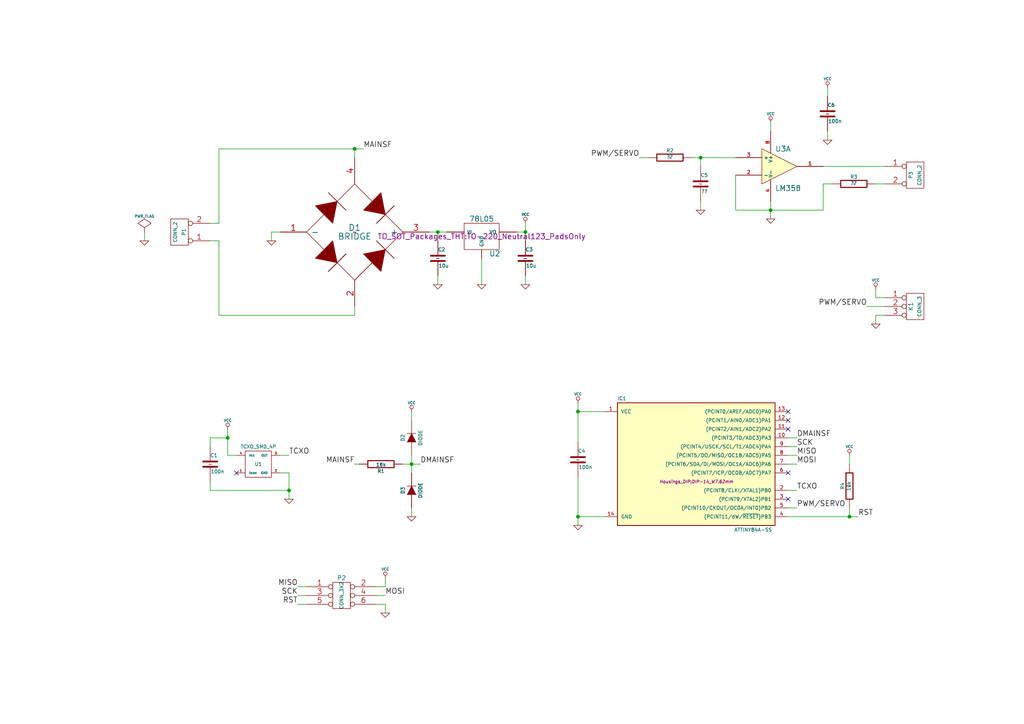
<source format=kicad_sch>
(kicad_sch (version 20230121) (generator eeschema)
  (paper "A4")
  (title_block (date "24 nov 2015"))
  (lib_symbols
    (symbol "mains-freq-gauge-rescue:78L05" (pin_numbers hide) (pin_names (offset 0.762))
      (property "Reference" "U" (at 3.81 -4.9784 0))
      (property "Value" "78L05" (at 0 5.08 0))
      (symbol "78L05_0_1"
        (rectangle (start -5.08 -3.81) (end 5.08 3.81))
      )
      (symbol "78L05_1_1"
        (pin power_out line (at 10.16 1.27 180) (length 5.08) (name "VO") (number "1"))
        (pin input line (at 0 -6.35 90) (length 2.54) (name "GND") (number "2"))
        (pin input line (at -10.16 1.27 0) (length 5.08) (name "VI") (number "3"))
      )
    )
    (symbol "mains-freq-gauge-rescue:ATTINY84A-SS" (pin_names (offset 1.016))
      (property "Reference" "IC" (at -21.59 19.05 0))
      (property "Value" "ATTINY84A-SS" (at 16.51 -19.05 0))
      (property "Footprint" "SO14" (at 0 -5.08 0))
      (symbol "ATTINY84A-SS_0_1"
        (rectangle (start 22.86 17.78) (end -22.86 -17.78) (stroke (width 0.254)) (fill (type background)))
      )
      (symbol "ATTINY84A-SS_1_1"
        (pin power_in line (at -26.67 15.24 0) (length 3.81) (name "VCC") (number "1"))
        (pin bidirectional line (at 26.67 7.62 180) (length 3.81) (name "(PCINT3/T0/ADC3)PA3") (number "10"))
        (pin bidirectional line (at 26.67 10.16 180) (length 3.81) (name "(PCINT2/AIN1/ADC2)PA2") (number "11"))
        (pin bidirectional line (at 26.67 12.7 180) (length 3.81) (name "(PCINT1/AIN0/ADC1)PA1") (number "12"))
        (pin bidirectional line (at 26.67 15.24 180) (length 3.81) (name "(PCINT0/AREF/ADC0)PA0") (number "13"))
        (pin power_in line (at -26.67 -15.24 0) (length 3.81) (name "GND") (number "14"))
        (pin bidirectional line (at 26.67 -7.62 180) (length 3.81) (name "(PCINT8/CLKI/XTAL1)PB0") (number "2"))
        (pin bidirectional line (at 26.67 -10.16 180) (length 3.81) (name "(PCINT9/XTAL2)PB1") (number "3"))
        (pin bidirectional line (at 26.67 -15.24 180) (length 3.81) (name "(PCINT11/dW/~{RESET})PB3") (number "4"))
        (pin bidirectional line (at 26.67 -12.7 180) (length 3.81) (name "(PCINT10/CKOUT/OC0A/INT0)PB2") (number "5"))
        (pin bidirectional line (at 26.67 -2.54 180) (length 3.81) (name "(PCINT7/ICP/OC0B/ADC7)PA7") (number "6"))
        (pin bidirectional line (at 26.67 0 180) (length 3.81) (name "(PCINT6/SDA/DI/MOSI/OC1A/ADC6)PA6") (number "7"))
        (pin bidirectional line (at 26.67 2.54 180) (length 3.81) (name "(PCINT5/DO/MISO/OC1B/ADC5)PA5") (number "8"))
        (pin bidirectional line (at 26.67 5.08 180) (length 3.81) (name "(PCINT4/USCK/SCL/T1/ADC4)PA4") (number "9"))
      )
    )
    (symbol "mains-freq-gauge-rescue:BRIDGE" (pin_names (offset 1.27))
      (property "Reference" "D" (at 0 1.27 0))
      (property "Value" "BRIDGE" (at 0 -1.27 0))
      (symbol "BRIDGE_0_0"
        (polyline (pts (xy -13.97 0) (xy -8.89 -5.08)) (stroke (width 0.1524)))
        (polyline (pts (xy -13.97 0) (xy -8.89 5.08)) (stroke (width 0.1524)))
        (polyline (pts (xy -7.62 11.43) (xy -2.54 6.35)) (stroke (width 0.2032)))
        (polyline (pts (xy -2.54 -6.35) (xy -7.62 -11.43)))
        (polyline (pts (xy -2.54 -6.35) (xy -7.62 -11.43)) (stroke (width 0.2032)))
        (polyline (pts (xy 0 -13.97) (xy 5.08 -8.89)))
        (polyline (pts (xy 0 -13.97) (xy 5.08 -8.89)) (stroke (width 0.1524)))
        (polyline (pts (xy 0 13.97) (xy 5.08 8.89)) (stroke (width 0.1524)))
        (polyline (pts (xy 6.35 -2.54) (xy 11.43 -7.62)) (stroke (width 0.2032)))
        (polyline (pts (xy 8.89 5.08) (xy 13.97 0)) (stroke (width 0.1524)))
        (polyline (pts (xy 11.43 7.62) (xy 6.35 2.54)))
        (polyline (pts (xy 11.43 7.62) (xy 6.35 2.54)) (stroke (width 0.2032)))
        (polyline (pts (xy 13.97 0) (xy 8.89 -5.08)) (stroke (width 0.1524)))
        (polyline (pts (xy -11.43 7.62) (xy -5.08 8.89) (xy -6.35 2.54) (xy -11.43 7.62) (xy -11.43 7.62)) (fill (type outline)))
        (polyline (pts (xy -6.35 -2.54) (xy -5.08 -8.89) (xy -11.43 -7.62) (xy -6.35 -2.54) (xy -6.35 -2.54)) (fill (type outline)))
        (polyline (pts (xy 2.54 -6.35) (xy 8.89 -5.08) (xy 7.62 -11.43) (xy 2.54 -6.35) (xy 2.54 -6.35)) (fill (type outline)))
        (polyline (pts (xy 7.62 11.43) (xy 8.89 5.08) (xy 2.54 6.35) (xy 7.62 11.43) (xy 7.62 11.43)) (fill (type outline)))
      )
      (symbol "BRIDGE_0_1"
        (polyline (pts (xy -5.08 -8.89) (xy 0 -13.97)) (stroke (width 0.1524)))
        (polyline (pts (xy -5.08 8.89) (xy 0 13.97)) (stroke (width 0.1524)))
      )
      (symbol "BRIDGE_1_1"
        (pin input line (at -21.59 0 0) (length 7.62) (name "-") (number "1"))
        (pin input line (at 0 -21.59 90) (length 7.62) (name "~") (number "2"))
        (pin input line (at 21.59 0 180) (length 7.62) (name "+") (number "3"))
        (pin input line (at 0 21.59 270) (length 7.62) (name "~") (number "4"))
      )
    )
    (symbol "mains-freq-gauge-rescue:C" (pin_numbers hide) (pin_names (offset 0.254))
      (property "Reference" "C" (at 0 2.54 0))
      (property "Value" "C" (at 0.1524 -2.159 0))
      (symbol "C_0_1"
        (polyline (pts (xy -2.032 -0.762) (xy 2.032 -0.762)) (stroke (width 0.508)))
        (polyline (pts (xy -2.032 0.762) (xy 2.032 0.762)) (stroke (width 0.508)))
      )
      (symbol "C_1_1"
        (pin passive line (at 0 5.08 270) (length 4.318) (name "~") (number "1"))
        (pin passive line (at 0 -5.08 90) (length 4.318) (name "~") (number "2"))
      )
    )
    (symbol "mains-freq-gauge-rescue:CONN_2" (pin_names (offset 1.016) hide)
      (property "Reference" "P" (at -1.27 0 90))
      (property "Value" "CONN_2" (at 1.27 0 90))
      (symbol "CONN_2_0_1"
        (rectangle (start -2.54 3.81) (end 2.54 -3.81))
      )
      (symbol "CONN_2_1_1"
        (pin passive inverted (at -8.89 2.54 0) (length 6.35) (name "P1") (number "1"))
        (pin passive inverted (at -8.89 -2.54 0) (length 6.35) (name "PM") (number "2"))
      )
    )
    (symbol "mains-freq-gauge-rescue:CONN_3" (pin_names (offset 1.016) hide)
      (property "Reference" "K" (at -1.27 0 90))
      (property "Value" "CONN_3" (at 1.27 0 90))
      (symbol "CONN_3_0_1"
        (rectangle (start -2.54 3.81) (end 2.54 -3.81))
      )
      (symbol "CONN_3_1_1"
        (pin passive inverted (at -8.89 2.54 0) (length 6.35) (name "P1") (number "1"))
        (pin passive inverted (at -8.89 0 0) (length 6.35) (name "PM") (number "2"))
        (pin passive inverted (at -8.89 -2.54 0) (length 6.35) (name "P3") (number "3"))
      )
    )
    (symbol "mains-freq-gauge-rescue:CONN_3X2" (pin_names (offset 1.016) hide)
      (property "Reference" "P" (at 0 6.35 0))
      (property "Value" "CONN_3X2" (at 0 1.27 90))
      (symbol "CONN_3X2_0_1"
        (rectangle (start -2.54 5.08) (end 2.54 -2.54))
      )
      (symbol "CONN_3X2_1_1"
        (pin passive inverted (at -10.16 3.81 0) (length 7.62) (name "1") (number "1"))
        (pin passive inverted (at 10.16 3.81 180) (length 7.62) (name "2") (number "2"))
        (pin passive inverted (at -10.16 1.27 0) (length 7.62) (name "3") (number "3"))
        (pin passive inverted (at 10.16 1.27 180) (length 7.62) (name "4") (number "4"))
        (pin passive inverted (at -10.16 -1.27 0) (length 7.62) (name "5") (number "5"))
        (pin passive inverted (at 10.16 -1.27 180) (length 7.62) (name "6") (number "6"))
      )
    )
    (symbol "mains-freq-gauge-rescue:DIODE" (pin_numbers hide) (pin_names (offset 1.016) hide)
      (property "Reference" "D" (at 0 2.54 0))
      (property "Value" "DIODE" (at 0 -2.54 0))
      (symbol "DIODE_0_1"
        (polyline (pts (xy 1.27 1.27) (xy 1.27 -1.27)) (stroke (width 0.1524)))
        (polyline (pts (xy -1.27 1.27) (xy 1.27 0) (xy -1.27 -1.27)) (fill (type outline)))
      )
      (symbol "DIODE_1_1"
        (pin passive line (at -5.08 0 0) (length 3.81) (name "A") (number "1"))
        (pin passive line (at 5.08 0 180) (length 3.81) (name "K") (number "2"))
      )
    )
    (symbol "mains-freq-gauge-rescue:GND" (power) (pin_names (offset 0))
      (symbol "GND_0_1"
        (polyline (pts (xy -1.27 0) (xy 0 -1.27) (xy 1.27 0) (xy -1.27 0)))
      )
      (symbol "GND_1_1"
        (pin power_in line (at 0 0 90) (length 0) hide (name "GND") (number "1"))
      )
    )
    (symbol "mains-freq-gauge-rescue:LM358"
      (property "Reference" "U" (at -1.27 5.08 0))
      (property "Value" "LM358" (at -1.27 -6.35 0))
      (symbol "LM358_0_1"
        (polyline (pts (xy -5.08 5.08) (xy 5.08 0) (xy -5.08 -5.08) (xy -5.08 5.08)) (stroke (width 0.1524)) (fill (type background)))
        (pin power_in line (at -2.54 -10.16 90) (length 6.35) (name "V-") (number "4"))
        (pin power_in line (at -2.54 10.16 270) (length 6.35) (name "V+") (number "8"))
      )
      (symbol "LM358_1_1"
        (pin output line (at 12.7 0 180) (length 7.62) (name "~") (number "1"))
        (pin input line (at -12.7 -2.54 0) (length 7.62) (name "-") (number "2"))
        (pin input line (at -12.7 2.54 0) (length 7.62) (name "+") (number "3"))
      )
      (symbol "LM358_2_1"
        (pin input line (at -12.7 2.54 0) (length 7.62) (name "+") (number "5"))
        (pin input line (at -12.7 -2.54 0) (length 7.62) (name "-") (number "6"))
        (pin output line (at 12.7 0 180) (length 7.62) (name "~") (number "7"))
      )
    )
    (symbol "mains-freq-gauge-rescue:PWR_FLAG" (power) (pin_numbers hide) (pin_names (offset 0) hide)
      (property "Value" "PWR_FLAG" (at 0 4.572 0))
      (symbol "PWR_FLAG_0_0"
        (pin power_out line (at 0 0 90) (length 0) (name "pwr") (number "1"))
      )
      (symbol "PWR_FLAG_0_1"
        (polyline (pts (xy 0 0) (xy 0 1.27) (xy -1.905 2.54) (xy 0 3.81) (xy 1.905 2.54) (xy 0 1.27)))
      )
    )
    (symbol "mains-freq-gauge-rescue:R" (pin_numbers hide) (pin_names (offset 0))
      (property "Reference" "R" (at 2.032 0 90))
      (property "Value" "R" (at 0.1778 0.0254 90))
      (symbol "R_0_1"
        (rectangle (start -1.016 3.81) (end 1.016 -3.81) (stroke (width 0.3048)))
      )
      (symbol "R_1_1"
        (pin passive line (at 0 6.35 270) (length 2.54) (name "~") (number "1"))
        (pin passive line (at 0 -6.35 90) (length 2.54) (name "~") (number "2"))
      )
    )
    (symbol "mains-freq-gauge-rescue:TCXO_SMD_4P" (pin_names (offset 1.016))
      (property "Reference" "U" (at 0 0 0))
      (property "Value" "TCXO_SMD_4P" (at 0 5.08 0))
      (symbol "TCXO_SMD_4P_0_1"
        (rectangle (start -3.81 3.81) (end 3.81 -3.81))
      )
      (symbol "TCXO_SMD_4P_1_1"
        (pin input line (at -6.35 -2.54 0) (length 2.54) (name "Vcon") (number "1"))
        (pin power_in line (at 6.35 -2.54 180) (length 2.54) (name "GND") (number "2"))
        (pin output line (at 6.35 2.54 180) (length 2.54) (name "OUT") (number "3"))
        (pin power_in line (at -6.35 2.54 0) (length 2.54) (name "Vcc") (number "4"))
      )
    )
    (symbol "mains-freq-gauge-rescue:VCC" (power) (pin_names (offset 0))
      (property "Value" "VCC" (at 0 2.54 0))
      (symbol "VCC_0_0"
        (pin power_in line (at 0 0 90) (length 0) hide (name "VCC") (number "1"))
      )
      (symbol "VCC_0_1"
        (polyline (pts (xy 0 0) (xy 0 0.762) (xy 0 0.762)))
        (circle (center 0 1.27) (radius 0.508))
      )
    )
  )
  (junction (at 127 67.31))
  (junction (at 167.64 119.38))
  (junction (at 119.38 134.62))
  (junction (at 152.4 67.31))
  (junction (at 246.38 149.86))
  (junction (at 83.82 142.24))
  (junction (at 66.04 127))
  (junction (at 102.87 43.18))
  (junction (at 167.64 149.86))
  (junction (at 223.52 60.96))
  (junction (at 203.2 45.72))
  (no_connect (at 228.6 137.16))
  (no_connect (at 228.6 119.38))
  (no_connect (at 68.58 137.16))
  (no_connect (at 228.6 124.46))
  (no_connect (at 228.6 121.92))
  (no_connect (at 228.6 144.78))
  (wire (pts (xy 119.38 134.62) (xy 121.92 134.62)))
  (wire (pts (xy 60.96 142.24) (xy 83.82 142.24)))
  (wire (pts (xy 66.04 124.46) (xy 66.04 127)))
  (wire (pts (xy 240.03 27.94) (xy 240.03 25.4)))
  (wire (pts (xy 119.38 134.62) (xy 119.38 137.16)))
  (wire (pts (xy 63.5 64.77) (xy 63.5 43.18)))
  (wire (pts (xy 86.36 172.72) (xy 88.9 172.72)))
  (wire (pts (xy 104.14 134.62) (xy 102.87 134.62)))
  (wire (pts (xy 241.3 53.34) (xy 238.76 53.34)))
  (wire (pts (xy 223.52 38.1) (xy 223.52 35.56)))
  (wire (pts (xy 63.5 91.44) (xy 102.87 91.44)))
  (wire (pts (xy 78.74 67.31) (xy 81.28 67.31)))
  (wire (pts (xy 66.04 132.08) (xy 68.58 132.08)))
  (wire (pts (xy 228.6 142.24) (xy 231.14 142.24)))
  (wire (pts (xy 63.5 43.18) (xy 102.87 43.18)))
  (wire (pts (xy 228.6 134.62) (xy 231.14 134.62)))
  (wire (pts (xy 246.38 134.62) (xy 246.38 132.08)))
  (wire (pts (xy 152.4 80.01) (xy 152.4 82.55)))
  (wire (pts (xy 119.38 121.92) (xy 119.38 119.38)))
  (wire (pts (xy 167.64 138.43) (xy 167.64 149.86)))
  (wire (pts (xy 41.91 67.31) (xy 41.91 69.85)))
  (wire (pts (xy 223.52 60.96) (xy 223.52 63.5)))
  (wire (pts (xy 109.22 170.18) (xy 111.76 170.18)))
  (wire (pts (xy 127 67.31) (xy 127 69.85)))
  (wire (pts (xy 256.54 48.26) (xy 238.76 48.26)))
  (wire (pts (xy 78.74 67.31) (xy 78.74 69.85)))
  (wire (pts (xy 256.54 53.34) (xy 254 53.34)))
  (wire (pts (xy 254 86.36) (xy 254 83.82)))
  (wire (pts (xy 167.64 119.38) (xy 167.64 128.27)))
  (wire (pts (xy 119.38 132.08) (xy 119.38 134.62)))
  (wire (pts (xy 228.6 147.32) (xy 231.14 147.32)))
  (wire (pts (xy 81.28 137.16) (xy 83.82 137.16)))
  (wire (pts (xy 139.7 74.93) (xy 139.7 82.55)))
  (wire (pts (xy 228.6 132.08) (xy 231.14 132.08)))
  (wire (pts (xy 116.84 134.62) (xy 119.38 134.62)))
  (wire (pts (xy 254 91.44) (xy 254 93.98)))
  (wire (pts (xy 149.86 67.31) (xy 152.4 67.31)))
  (wire (pts (xy 256.54 91.44) (xy 254 91.44)))
  (wire (pts (xy 256.54 88.9) (xy 251.46 88.9)))
  (wire (pts (xy 223.52 60.96) (xy 213.36 60.96)))
  (wire (pts (xy 83.82 142.24) (xy 83.82 144.78)))
  (wire (pts (xy 66.04 127) (xy 66.04 132.08)))
  (wire (pts (xy 152.4 67.31) (xy 152.4 69.85)))
  (wire (pts (xy 203.2 58.42) (xy 203.2 60.96)))
  (wire (pts (xy 124.46 67.31) (xy 127 67.31)))
  (wire (pts (xy 240.03 38.1) (xy 240.03 40.64)))
  (wire (pts (xy 256.54 86.36) (xy 254 86.36)))
  (wire (pts (xy 187.96 45.72) (xy 185.42 45.72)))
  (wire (pts (xy 200.66 45.72) (xy 203.2 45.72)))
  (wire (pts (xy 60.96 127) (xy 60.96 129.54)))
  (wire (pts (xy 102.87 43.18) (xy 105.41 43.18)))
  (wire (pts (xy 228.6 129.54) (xy 231.14 129.54)))
  (wire (pts (xy 175.26 119.38) (xy 167.64 119.38)))
  (wire (pts (xy 88.9 170.18) (xy 86.36 170.18)))
  (wire (pts (xy 127 80.01) (xy 127 82.55)))
  (wire (pts (xy 60.96 142.24) (xy 60.96 139.7)))
  (wire (pts (xy 246.38 149.86) (xy 246.38 147.32)))
  (wire (pts (xy 152.4 64.77) (xy 152.4 67.31)))
  (wire (pts (xy 81.28 132.08) (xy 83.82 132.08)))
  (wire (pts (xy 111.76 170.18) (xy 111.76 167.64)))
  (wire (pts (xy 203.2 48.26) (xy 203.2 45.72)))
  (wire (pts (xy 167.64 149.86) (xy 175.26 149.86)))
  (wire (pts (xy 63.5 69.85) (xy 63.5 91.44)))
  (wire (pts (xy 167.64 149.86) (xy 167.64 152.4)))
  (wire (pts (xy 83.82 137.16) (xy 83.82 142.24)))
  (wire (pts (xy 66.04 127) (xy 60.96 127)))
  (wire (pts (xy 63.5 64.77) (xy 60.96 64.77)))
  (wire (pts (xy 111.76 175.26) (xy 109.22 175.26)))
  (wire (pts (xy 238.76 60.96) (xy 223.52 60.96)))
  (wire (pts (xy 119.38 147.32) (xy 119.38 149.86)))
  (wire (pts (xy 88.9 175.26) (xy 86.36 175.26)))
  (wire (pts (xy 60.96 69.85) (xy 63.5 69.85)))
  (wire (pts (xy 228.6 127) (xy 231.14 127)))
  (wire (pts (xy 127 67.31) (xy 129.54 67.31)))
  (wire (pts (xy 102.87 91.44) (xy 102.87 88.9)))
  (wire (pts (xy 238.76 53.34) (xy 238.76 60.96)))
  (wire (pts (xy 213.36 60.96) (xy 213.36 50.8)))
  (wire (pts (xy 111.76 177.8) (xy 111.76 175.26)))
  (wire (pts (xy 223.52 58.42) (xy 223.52 60.96)))
  (wire (pts (xy 246.38 149.86) (xy 248.92 149.86)))
  (wire (pts (xy 228.6 149.86) (xy 246.38 149.86)))
  (wire (pts (xy 102.87 45.72) (xy 102.87 43.18)))
  (wire (pts (xy 109.22 172.72) (xy 111.76 172.72)))
  (wire (pts (xy 167.64 116.84) (xy 167.64 119.38)))
  (wire (pts (xy 203.2 45.72) (xy 213.36 45.72)))
  (label "DMAINSF" (at 121.92 134.62 0) (effects (font (size 1.524 1.524))))
  (label "MOSI" (at 231.14 134.62 0) (effects (font (size 1.524 1.524))))
  (label "TCXO" (at 231.14 142.24 0) (effects (font (size 1.524 1.524))))
  (label "SCK" (at 231.14 129.54 0) (effects (font (size 1.524 1.524))))
  (label "RST" (at 86.36 175.26 180) (effects (font (size 1.524 1.524))))
  (label "RST" (at 248.92 149.86 0) (effects (font (size 1.524 1.524))))
  (label "MAINSF" (at 102.87 134.62 180) (effects (font (size 1.524 1.524))))
  (label "SCK" (at 86.36 172.72 180) (effects (font (size 1.524 1.524))))
  (label "MISO" (at 231.14 132.08 0) (effects (font (size 1.524 1.524))))
  (label "MOSI" (at 111.76 172.72 0) (effects (font (size 1.524 1.524))))
  (label "PWM/SERVO" (at 185.42 45.72 180) (effects (font (size 1.524 1.524))))
  (label "MISO" (at 86.36 170.18 180) (effects (font (size 1.524 1.524))))
  (label "MAINSF" (at 105.41 43.18 0) (effects (font (size 1.524 1.524))))
  (label "PWM/SERVO" (at 251.46 88.9 180) (effects (font (size 1.524 1.524))))
  (label "DMAINSF" (at 231.14 127 0) (effects (font (size 1.524 1.524))))
  (label "TCXO" (at 83.82 132.08 0) (effects (font (size 1.524 1.524))))
  (label "PWM/SERVO" (at 231.14 147.32 0) (effects (font (size 1.524 1.524))))
  (symbol (lib_id "mains-freq-gauge-rescue:TCXO_SMD_4P") (at 74.93 134.62 0) (unit 1)
    (property "Reference" "U1" (at 74.93 134.62 0) (effects (font (size 0.9906 0.9906))))
    (property "Value" "TCXO_SMD_4P" (at 74.93 129.54 0) (effects (font (size 0.9906 0.9906))))
    (property "Footprint" "JF_Oscillators:TG5006CG" (effects hide))
  )
  (symbol (lib_id "mains-freq-gauge-rescue:ATTINY84A-SS") (at 201.93 134.62 0) (unit 1)
    (property "Reference" "IC1" (at 180.34 115.57 0) (effects (font (size 1.016 1.016))))
    (property "Value" "ATTINY84A-SS" (at 218.44 153.67 0) (effects (font (size 1.016 1.016))))
    (property "Footprint" "Housings_DIP:DIP-14_W7.62mm" (at 201.93 139.7 0) (effects (font (size 0.889 0.889) italic)))
  )
  (symbol (lib_id "mains-freq-gauge-rescue:C") (at 167.64 133.35 0) (unit 1)
    (property "Reference" "C4" (at 167.64 130.81 0) (effects (font (size 1.016 1.016)) (justify left)))
    (property "Value" "100n" (at 167.7924 135.509 0) (effects (font (size 1.016 1.016)) (justify left)))
    (property "Footprint" "Capacitors_ThroughHole:C_Rect_L4_W2.5_P2.5" (effects hide))
    (property "Datasheet" "~" (at 167.64 133.35 0) (effects (font (size 1.524 1.524))))
  )
  (symbol (lib_id "mains-freq-gauge-rescue:C") (at 60.96 134.62 0) (unit 1)
    (property "Reference" "C1" (at 60.96 132.08 0) (effects (font (size 1.016 1.016)) (justify left)))
    (property "Value" "100n" (at 61.1124 136.779 0) (effects (font (size 1.016 1.016)) (justify left)))
    (property "Footprint" "Capacitors_ThroughHole:C_Rect_L4_W2.5_P2.5" (effects hide))
    (property "Datasheet" "~" (at 60.96 134.62 0) (effects (font (size 1.524 1.524))))
  )
  (symbol (lib_id "mains-freq-gauge-rescue:DIODE") (at 119.38 142.24 90) (unit 1)
    (property "Reference" "D3" (at 116.84 142.24 0) (effects (font (size 1.016 1.016))))
    (property "Value" "DIODE" (at 121.92 142.24 0) (effects (font (size 1.016 1.016))))
    (property "Footprint" "Diodes_ThroughHole:Diode_DO-41_SOD81_Horizontal_RM10" (effects hide))
    (property "Datasheet" "~" (at 119.38 142.24 0) (effects (font (size 1.524 1.524))))
  )
  (symbol (lib_id "mains-freq-gauge-rescue:DIODE") (at 119.38 127 90) (unit 1)
    (property "Reference" "D2" (at 116.84 127 0) (effects (font (size 1.016 1.016))))
    (property "Value" "DIODE" (at 121.92 127 0) (effects (font (size 1.016 1.016))))
    (property "Footprint" "Diodes_ThroughHole:Diode_DO-41_SOD81_Horizontal_RM10" (effects hide))
    (property "Datasheet" "~" (at 119.38 127 0) (effects (font (size 1.524 1.524))))
  )
  (symbol (lib_id "mains-freq-gauge-rescue:R") (at 110.49 134.62 270) (unit 1)
    (property "Reference" "R1" (at 110.49 136.652 90) (effects (font (size 1.016 1.016))))
    (property "Value" "10k" (at 110.5154 134.7978 90) (effects (font (size 1.016 1.016))))
    (property "Footprint" "Resistors_ThroughHole:Resistor_Horizontal_RM15mm" (effects hide))
    (property "Datasheet" "~" (at 110.49 134.62 0) (effects (font (size 0.762 0.762))))
  )
  (symbol (lib_id "mains-freq-gauge-rescue:GND") (at 167.64 152.4 0) (unit 1)
    (property "Reference" "#PWR01" (effects hide))
    (property "Value" "GND" (effects hide))
  )
  (symbol (lib_id "mains-freq-gauge-rescue:GND") (at 83.82 144.78 0) (unit 1)
    (property "Reference" "#PWR02" (effects hide))
    (property "Value" "GND" (effects hide))
  )
  (symbol (lib_id "mains-freq-gauge-rescue:GND") (at 119.38 149.86 0) (unit 1)
    (property "Reference" "#PWR03" (effects hide))
    (property "Value" "GND" (effects hide))
  )
  (symbol (lib_id "mains-freq-gauge-rescue:VCC") (at 167.64 116.84 0) (unit 1)
    (property "Reference" "#PWR04" (effects hide))
    (property "Value" "VCC" (at 167.64 114.3 0) (effects (font (size 0.762 0.762))))
  )
  (symbol (lib_id "mains-freq-gauge-rescue:VCC") (at 66.04 124.46 0) (unit 1)
    (property "Reference" "#PWR05" (effects hide))
    (property "Value" "VCC" (at 66.04 121.92 0) (effects (font (size 0.762 0.762))))
  )
  (symbol (lib_id "mains-freq-gauge-rescue:VCC") (at 119.38 119.38 0) (unit 1)
    (property "Reference" "#PWR06" (effects hide))
    (property "Value" "VCC" (at 119.38 116.84 0) (effects (font (size 0.762 0.762))))
  )
  (symbol (lib_id "mains-freq-gauge-rescue:CONN_3X2") (at 99.06 173.99 0) (unit 1)
    (property "Reference" "P2" (at 99.06 167.64 0))
    (property "Value" "CONN_3X2" (at 99.06 172.72 90) (effects (font (size 1.016 1.016))))
    (property "Footprint" "Pin_Headers:Pin_Header_Straight_2x03" (effects hide))
  )
  (symbol (lib_id "mains-freq-gauge-rescue:GND") (at 111.76 177.8 0) (unit 1)
    (property "Reference" "#PWR07" (effects hide))
    (property "Value" "GND" (effects hide))
  )
  (symbol (lib_id "mains-freq-gauge-rescue:VCC") (at 111.76 167.64 0) (unit 1)
    (property "Reference" "#PWR08" (effects hide))
    (property "Value" "VCC" (at 111.76 165.1 0) (effects (font (size 0.762 0.762))))
  )
  (symbol (lib_id "mains-freq-gauge-rescue:CONN_2") (at 265.43 50.8 0) (unit 1)
    (property "Reference" "P3" (at 264.16 50.8 90) (effects (font (size 1.016 1.016))))
    (property "Value" "CONN_2" (at 266.7 50.8 90) (effects (font (size 1.016 1.016))))
    (property "Footprint" "Pin_Headers:Pin_Header_Straight_1x02" (effects hide))
  )
  (symbol (lib_id "mains-freq-gauge-rescue:CONN_2") (at 52.07 67.31 180) (unit 1)
    (property "Reference" "P1" (at 53.34 67.31 90) (effects (font (size 1.016 1.016))))
    (property "Value" "CONN_2" (at 50.8 67.31 90) (effects (font (size 1.016 1.016))))
    (property "Footprint" "Pin_Headers:Pin_Header_Straight_1x02" (effects hide))
  )
  (symbol (lib_id "mains-freq-gauge-rescue:GND") (at 78.74 69.85 0) (unit 1)
    (property "Reference" "#PWR09" (effects hide))
    (property "Value" "GND" (effects hide))
  )
  (symbol (lib_id "mains-freq-gauge-rescue:C") (at 127 74.93 0) (unit 1)
    (property "Reference" "C2" (at 127 72.39 0) (effects (font (size 1.016 1.016)) (justify left)))
    (property "Value" "10u" (at 127.1524 77.089 0) (effects (font (size 1.016 1.016)) (justify left)))
    (property "Footprint" "Capacitors_ThroughHole:C_Radial_D5_L11_P2.5" (effects hide))
    (property "Datasheet" "~" (at 127 74.93 0) (effects (font (size 1.524 1.524))))
  )
  (symbol (lib_id "mains-freq-gauge-rescue:GND") (at 127 82.55 0) (unit 1)
    (property "Reference" "#PWR010" (effects hide))
    (property "Value" "GND" (effects hide))
  )
  (symbol (lib_id "mains-freq-gauge-rescue:78L05") (at 139.7 68.58 0) (unit 1)
    (property "Reference" "U2" (at 143.51 73.5584 0) (effects (font (size 1.524 1.524))))
    (property "Value" "78L05" (at 139.7 63.5 0) (effects (font (size 1.524 1.524))))
    (property "Footprint" "TO_SOT_Packages_THT:TO-220_Neutral123_PadsOnly" (at 139.7 68.58 0) (effects (font (size 1.524 1.524))))
  )
  (symbol (lib_id "mains-freq-gauge-rescue:GND") (at 139.7 82.55 0) (unit 1)
    (property "Reference" "#PWR011" (effects hide))
    (property "Value" "GND" (effects hide))
  )
  (symbol (lib_id "mains-freq-gauge-rescue:VCC") (at 152.4 64.77 0) (unit 1)
    (property "Reference" "#PWR012" (effects hide))
    (property "Value" "VCC" (at 152.4 62.23 0) (effects (font (size 0.762 0.762))))
  )
  (symbol (lib_id "mains-freq-gauge-rescue:C") (at 152.4 74.93 0) (unit 1)
    (property "Reference" "C3" (at 152.4 72.39 0) (effects (font (size 1.016 1.016)) (justify left)))
    (property "Value" "10u" (at 152.5524 77.089 0) (effects (font (size 1.016 1.016)) (justify left)))
    (property "Footprint" "Capacitors_ThroughHole:C_Radial_D5_L11_P2.5" (effects hide))
    (property "Datasheet" "~" (at 152.4 74.93 0) (effects (font (size 1.524 1.524))))
  )
  (symbol (lib_id "mains-freq-gauge-rescue:GND") (at 152.4 82.55 0) (unit 1)
    (property "Reference" "#PWR013" (effects hide))
    (property "Value" "GND" (effects hide))
  )
  (symbol (lib_id "mains-freq-gauge-rescue:GND") (at 203.2 60.96 0) (unit 1)
    (property "Reference" "#PWR014" (effects hide))
    (property "Value" "GND" (effects hide))
  )
  (symbol (lib_id "mains-freq-gauge-rescue:R") (at 194.31 45.72 90) (unit 1)
    (property "Reference" "R2" (at 194.31 43.688 90) (effects (font (size 1.016 1.016))))
    (property "Value" "??" (at 194.2846 45.5422 90) (effects (font (size 1.016 1.016))))
    (property "Footprint" "Resistors_ThroughHole:Resistor_Horizontal_RM15mm" (effects hide))
    (property "Datasheet" "~" (at 194.31 45.72 0) (effects (font (size 0.762 0.762))))
  )
  (symbol (lib_id "mains-freq-gauge-rescue:C") (at 203.2 53.34 0) (unit 1)
    (property "Reference" "C5" (at 203.2 50.8 0) (effects (font (size 1.016 1.016)) (justify left)))
    (property "Value" "??" (at 203.3524 55.499 0) (effects (font (size 1.016 1.016)) (justify left)))
    (property "Footprint" "Capacitors_ThroughHole:C_Rect_L4_W2.5_P2.5" (effects hide))
    (property "Datasheet" "~" (at 203.2 53.34 0) (effects (font (size 1.524 1.524))))
  )
  (symbol (lib_id "mains-freq-gauge-rescue:LM358") (at 226.06 48.26 0) (unit 1)
    (property "Reference" "U3" (at 224.79 43.18 0) (effects (font (size 1.524 1.524)) (justify left)))
    (property "Value" "LM358" (at 224.79 54.61 0) (effects (font (size 1.524 1.524)) (justify left)))
    (property "Footprint" "Housings_DIP:DIP-8_W7.62mm" (effects hide))
  )
  (symbol (lib_id "mains-freq-gauge-rescue:R") (at 247.65 53.34 90) (unit 1)
    (property "Reference" "R3" (at 247.65 51.308 90) (effects (font (size 1.016 1.016))))
    (property "Value" "??" (at 247.6246 53.1622 90) (effects (font (size 1.016 1.016))))
    (property "Footprint" "Resistors_ThroughHole:Resistor_Horizontal_RM15mm" (effects hide))
    (property "Datasheet" "~" (at 247.65 53.34 0) (effects (font (size 0.762 0.762))))
  )
  (symbol (lib_id "mains-freq-gauge-rescue:GND") (at 223.52 63.5 0) (unit 1)
    (property "Reference" "#PWR015" (effects hide))
    (property "Value" "GND" (effects hide))
  )
  (symbol (lib_id "mains-freq-gauge-rescue:VCC") (at 223.52 35.56 0) (unit 1)
    (property "Reference" "#PWR016" (effects hide))
    (property "Value" "VCC" (at 223.52 33.02 0) (effects (font (size 0.762 0.762))))
  )
  (symbol (lib_id "mains-freq-gauge-rescue:BRIDGE") (at 102.87 67.31 0) (unit 1)
    (property "Reference" "D1" (at 102.87 66.04 0) (effects (font (size 1.778 1.778))))
    (property "Value" "BRIDGE" (at 102.87 68.58 0) (effects (font (size 1.778 1.778))))
    (property "Footprint" "JF_Bridge_Rectifiers:WOB" (effects hide))
    (property "Datasheet" "~" (at 102.87 67.31 0) (effects (font (size 1.524 1.524))))
  )
  (symbol (lib_id "mains-freq-gauge-rescue:R") (at 246.38 140.97 180) (unit 1)
    (property "Reference" "R4" (at 244.348 140.97 90) (effects (font (size 1.016 1.016))))
    (property "Value" "10k" (at 246.2022 140.9954 90) (effects (font (size 1.016 1.016))))
    (property "Footprint" "Resistors_ThroughHole:Resistor_Horizontal_RM15mm" (effects hide))
    (property "Datasheet" "~" (at 246.38 140.97 0) (effects (font (size 0.762 0.762))))
  )
  (symbol (lib_id "mains-freq-gauge-rescue:VCC") (at 246.38 132.08 0) (unit 1)
    (property "Reference" "#PWR017" (effects hide))
    (property "Value" "VCC" (at 246.38 129.54 0) (effects (font (size 0.762 0.762))))
  )
  (symbol (lib_id "mains-freq-gauge-rescue:GND") (at 41.91 69.85 0) (unit 1)
    (property "Reference" "#PWR018" (effects hide))
    (property "Value" "GND" (effects hide))
  )
  (symbol (lib_id "mains-freq-gauge-rescue:PWR_FLAG") (at 41.91 67.31 0) (unit 1)
    (property "Reference" "#FLG019" (effects hide))
    (property "Value" "PWR_FLAG" (at 41.91 62.738 0) (effects (font (size 0.762 0.762))))
  )
  (symbol (lib_id "mains-freq-gauge-rescue:C") (at 240.03 33.02 0) (unit 1)
    (property "Reference" "C6" (at 240.03 30.48 0) (effects (font (size 1.016 1.016)) (justify left)))
    (property "Value" "100n" (at 240.1824 35.179 0) (effects (font (size 1.016 1.016)) (justify left)))
    (property "Footprint" "Capacitors_ThroughHole:C_Rect_L4_W2.5_P2.5" (effects hide))
    (property "Datasheet" "~" (at 240.03 33.02 0) (effects (font (size 1.524 1.524))))
  )
  (symbol (lib_id "mains-freq-gauge-rescue:VCC") (at 240.03 25.4 0) (unit 1)
    (property "Reference" "#PWR020" (effects hide))
    (property "Value" "VCC" (at 240.03 22.86 0) (effects (font (size 0.762 0.762))))
  )
  (symbol (lib_id "mains-freq-gauge-rescue:GND") (at 240.03 40.64 0) (unit 1)
    (property "Reference" "#PWR021" (effects hide))
    (property "Value" "GND" (effects hide))
  )
  (symbol (lib_id "mains-freq-gauge-rescue:CONN_3") (at 265.43 88.9 0) (unit 1)
    (property "Reference" "K1" (at 264.16 88.9 90))
    (property "Value" "CONN_3" (at 266.7 88.9 90) (effects (font (size 1.016 1.016))))
    (property "Footprint" "Pin_Headers:Pin_Header_Straight_1x03" (effects hide))
  )
  (symbol (lib_id "mains-freq-gauge-rescue:VCC") (at 254 83.82 0) (unit 1)
    (property "Reference" "#PWR022" (effects hide))
    (property "Value" "VCC" (at 254 81.28 0) (effects (font (size 0.762 0.762))))
  )
  (symbol (lib_id "mains-freq-gauge-rescue:GND") (at 254 93.98 0) (unit 1)
    (property "Reference" "#PWR023" (effects hide))
    (property "Value" "GND" (effects hide))
  )
)
</source>
